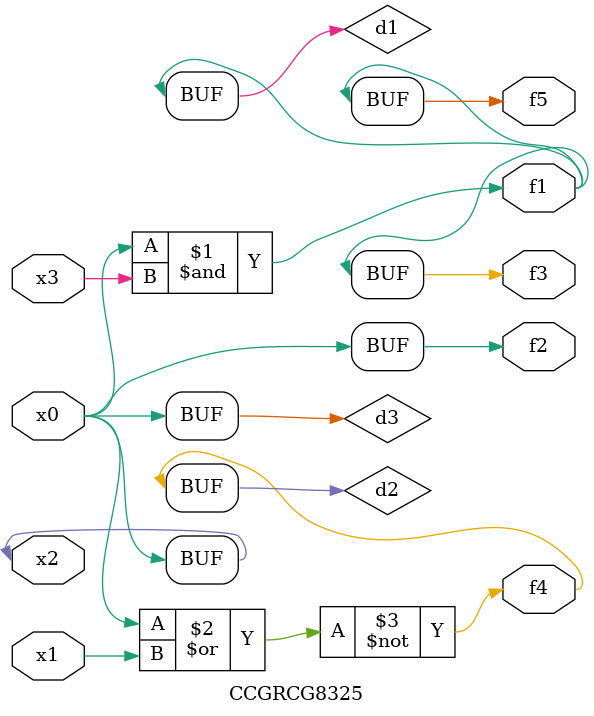
<source format=v>
module CCGRCG8325(
	input x0, x1, x2, x3,
	output f1, f2, f3, f4, f5
);

	wire d1, d2, d3;

	and (d1, x2, x3);
	nor (d2, x0, x1);
	buf (d3, x0, x2);
	assign f1 = d1;
	assign f2 = d3;
	assign f3 = d1;
	assign f4 = d2;
	assign f5 = d1;
endmodule

</source>
